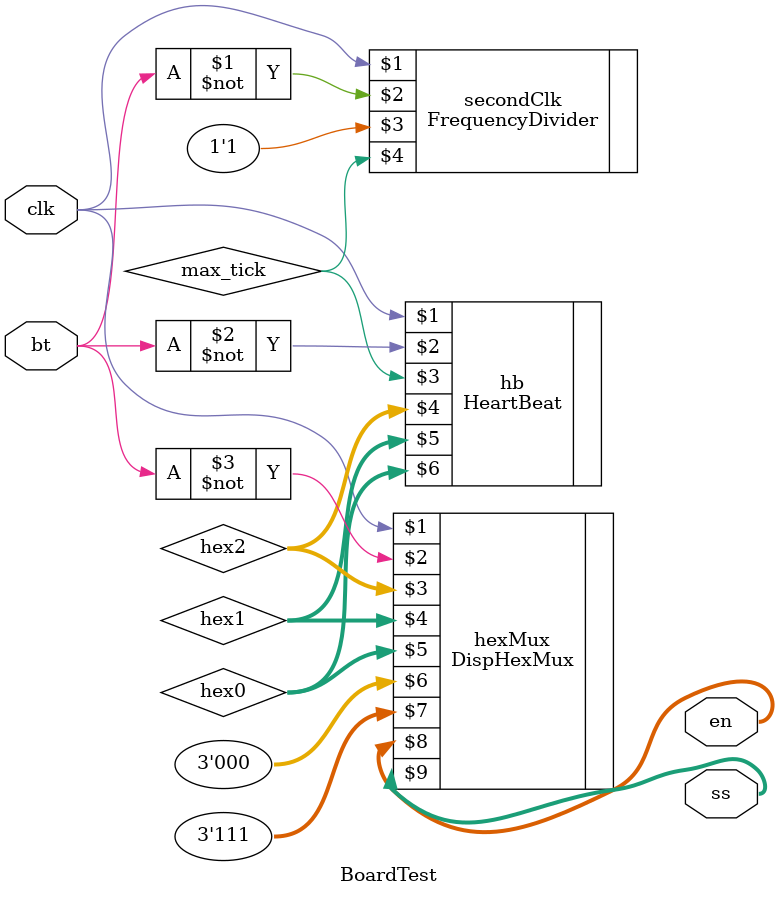
<source format=v>

`timescale 1ns / 1ps

module BoardTest( input wire clk, input wire [0:0] bt, output wire [7:0] ss, output wire [2:0] en );

	wire max_tick;
	wire [4:0] hex2, hex1, hex0;  // hex digits
	
	FrequencyDivider #( 4000000, 22 ) secondClk ( clk, ~bt[0], 1'b1, max_tick );

	HeartBeat hb ( clk, ~bt[0], max_tick, hex2, hex1, hex0 );

	DispHexMux hexMux( clk, ~bt[0], hex2, hex1, hex0, 3'b000, 3'b111, en, ss );

endmodule

</source>
